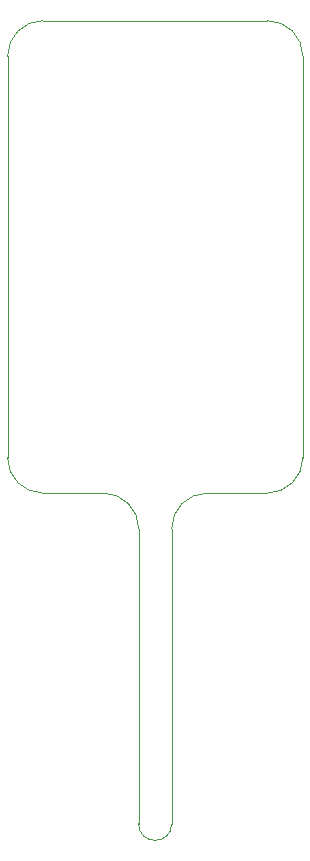
<source format=gbr>
%TF.GenerationSoftware,Altium Limited,Altium Designer,23.3.1 (30)*%
G04 Layer_Color=0*
%FSLAX26Y26*%
%MOIN*%
%TF.SameCoordinates,8EB50123-24BD-4293-BAC2-458A60E0733E*%
%TF.FilePolarity,Positive*%
%TF.FileFunction,Profile,NP*%
%TF.Part,Single*%
G01*
G75*
%TA.AperFunction,Profile*%
%ADD30C,0.001000*%
D30*
X-374016Y1102362D02*
G02*
X-492126Y1220472I0J118110D01*
G01*
Y2559055D01*
D02*
G02*
X-374016Y2677165I118110J0D01*
G01*
X374016D01*
D02*
G02*
X492126Y2559055I0J-118110D01*
G01*
Y1220472D01*
D02*
G02*
X374016Y1102362I-118110J0D01*
G01*
X173228D01*
D02*
G03*
X55118Y984252I0J-118110D01*
G01*
Y0D01*
D02*
G02*
X-55118Y0I-55118J0D01*
G01*
Y984252D01*
D02*
G03*
X-173228Y1102362I-118110J0D01*
G01*
X-374016D01*
%TF.MD5,588fe046351ee3a316e064cdb18de5ae*%
M02*

</source>
